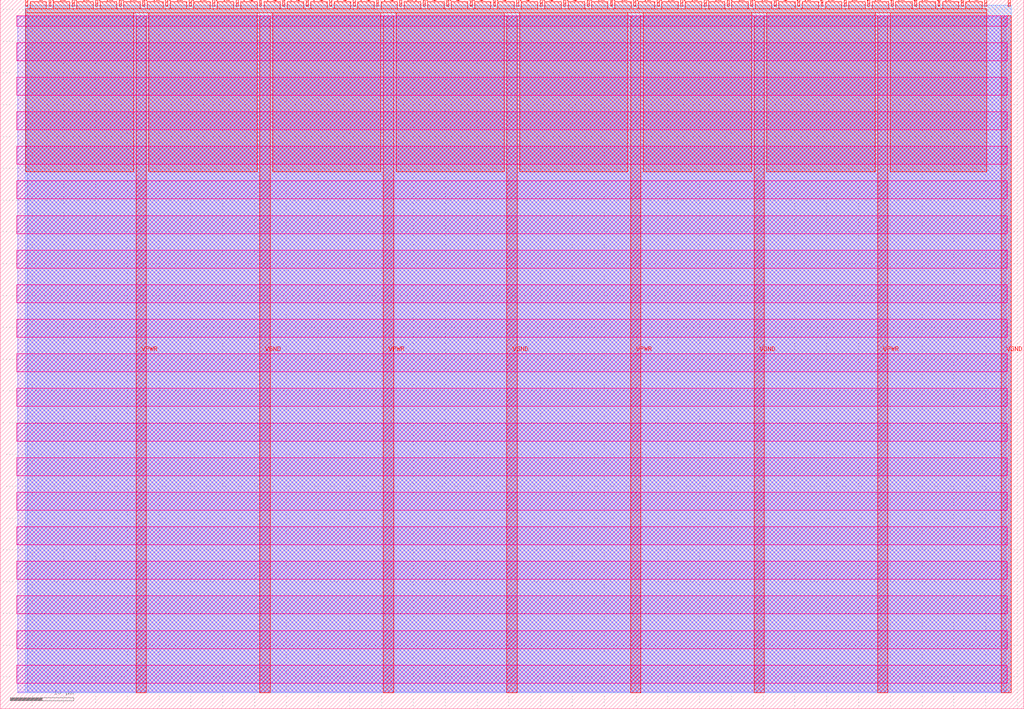
<source format=lef>
VERSION 5.7 ;
  NOWIREEXTENSIONATPIN ON ;
  DIVIDERCHAR "/" ;
  BUSBITCHARS "[]" ;
MACRO tt_um_cmerrill_pdm
  CLASS BLOCK ;
  FOREIGN tt_um_cmerrill_pdm ;
  ORIGIN 0.000 0.000 ;
  SIZE 161.000 BY 111.520 ;
  PIN VGND
    DIRECTION INOUT ;
    USE GROUND ;
    PORT
      LAYER met4 ;
        RECT 40.830 2.480 42.430 109.040 ;
    END
    PORT
      LAYER met4 ;
        RECT 79.700 2.480 81.300 109.040 ;
    END
    PORT
      LAYER met4 ;
        RECT 118.570 2.480 120.170 109.040 ;
    END
    PORT
      LAYER met4 ;
        RECT 157.440 2.480 159.040 109.040 ;
    END
  END VGND
  PIN VPWR
    DIRECTION INOUT ;
    USE POWER ;
    PORT
      LAYER met4 ;
        RECT 21.395 2.480 22.995 109.040 ;
    END
    PORT
      LAYER met4 ;
        RECT 60.265 2.480 61.865 109.040 ;
    END
    PORT
      LAYER met4 ;
        RECT 99.135 2.480 100.735 109.040 ;
    END
    PORT
      LAYER met4 ;
        RECT 138.005 2.480 139.605 109.040 ;
    END
  END VPWR
  PIN clk
    DIRECTION INPUT ;
    USE SIGNAL ;
    ANTENNAGATEAREA 0.852000 ;
    PORT
      LAYER met4 ;
        RECT 154.870 110.520 155.170 111.520 ;
    END
  END clk
  PIN ena
    DIRECTION INPUT ;
    USE SIGNAL ;
    PORT
      LAYER met4 ;
        RECT 158.550 110.520 158.850 111.520 ;
    END
  END ena
  PIN rst_n
    DIRECTION INPUT ;
    USE SIGNAL ;
    ANTENNAGATEAREA 0.196500 ;
    PORT
      LAYER met4 ;
        RECT 151.190 110.520 151.490 111.520 ;
    END
  END rst_n
  PIN ui_in[0]
    DIRECTION INPUT ;
    USE SIGNAL ;
    ANTENNAGATEAREA 0.196500 ;
    PORT
      LAYER met4 ;
        RECT 147.510 110.520 147.810 111.520 ;
    END
  END ui_in[0]
  PIN ui_in[1]
    DIRECTION INPUT ;
    USE SIGNAL ;
    ANTENNAGATEAREA 0.196500 ;
    PORT
      LAYER met4 ;
        RECT 143.830 110.520 144.130 111.520 ;
    END
  END ui_in[1]
  PIN ui_in[2]
    DIRECTION INPUT ;
    USE SIGNAL ;
    ANTENNAGATEAREA 0.196500 ;
    PORT
      LAYER met4 ;
        RECT 140.150 110.520 140.450 111.520 ;
    END
  END ui_in[2]
  PIN ui_in[3]
    DIRECTION INPUT ;
    USE SIGNAL ;
    ANTENNAGATEAREA 0.196500 ;
    PORT
      LAYER met4 ;
        RECT 136.470 110.520 136.770 111.520 ;
    END
  END ui_in[3]
  PIN ui_in[4]
    DIRECTION INPUT ;
    USE SIGNAL ;
    ANTENNAGATEAREA 0.196500 ;
    PORT
      LAYER met4 ;
        RECT 132.790 110.520 133.090 111.520 ;
    END
  END ui_in[4]
  PIN ui_in[5]
    DIRECTION INPUT ;
    USE SIGNAL ;
    ANTENNAGATEAREA 0.196500 ;
    PORT
      LAYER met4 ;
        RECT 129.110 110.520 129.410 111.520 ;
    END
  END ui_in[5]
  PIN ui_in[6]
    DIRECTION INPUT ;
    USE SIGNAL ;
    ANTENNAGATEAREA 0.196500 ;
    PORT
      LAYER met4 ;
        RECT 125.430 110.520 125.730 111.520 ;
    END
  END ui_in[6]
  PIN ui_in[7]
    DIRECTION INPUT ;
    USE SIGNAL ;
    ANTENNAGATEAREA 0.196500 ;
    PORT
      LAYER met4 ;
        RECT 121.750 110.520 122.050 111.520 ;
    END
  END ui_in[7]
  PIN uio_in[0]
    DIRECTION INPUT ;
    USE SIGNAL ;
    ANTENNAGATEAREA 0.196500 ;
    PORT
      LAYER met4 ;
        RECT 118.070 110.520 118.370 111.520 ;
    END
  END uio_in[0]
  PIN uio_in[1]
    DIRECTION INPUT ;
    USE SIGNAL ;
    ANTENNAGATEAREA 0.196500 ;
    PORT
      LAYER met4 ;
        RECT 114.390 110.520 114.690 111.520 ;
    END
  END uio_in[1]
  PIN uio_in[2]
    DIRECTION INPUT ;
    USE SIGNAL ;
    ANTENNAGATEAREA 0.196500 ;
    PORT
      LAYER met4 ;
        RECT 110.710 110.520 111.010 111.520 ;
    END
  END uio_in[2]
  PIN uio_in[3]
    DIRECTION INPUT ;
    USE SIGNAL ;
    ANTENNAGATEAREA 0.196500 ;
    PORT
      LAYER met4 ;
        RECT 107.030 110.520 107.330 111.520 ;
    END
  END uio_in[3]
  PIN uio_in[4]
    DIRECTION INPUT ;
    USE SIGNAL ;
    ANTENNAGATEAREA 0.213000 ;
    PORT
      LAYER met4 ;
        RECT 103.350 110.520 103.650 111.520 ;
    END
  END uio_in[4]
  PIN uio_in[5]
    DIRECTION INPUT ;
    USE SIGNAL ;
    ANTENNAGATEAREA 0.213000 ;
    PORT
      LAYER met4 ;
        RECT 99.670 110.520 99.970 111.520 ;
    END
  END uio_in[5]
  PIN uio_in[6]
    DIRECTION INPUT ;
    USE SIGNAL ;
    ANTENNAGATEAREA 0.196500 ;
    PORT
      LAYER met4 ;
        RECT 95.990 110.520 96.290 111.520 ;
    END
  END uio_in[6]
  PIN uio_in[7]
    DIRECTION INPUT ;
    USE SIGNAL ;
    ANTENNAGATEAREA 0.213000 ;
    PORT
      LAYER met4 ;
        RECT 92.310 110.520 92.610 111.520 ;
    END
  END uio_in[7]
  PIN uio_oe[0]
    DIRECTION OUTPUT TRISTATE ;
    USE SIGNAL ;
    PORT
      LAYER met4 ;
        RECT 29.750 110.520 30.050 111.520 ;
    END
  END uio_oe[0]
  PIN uio_oe[1]
    DIRECTION OUTPUT TRISTATE ;
    USE SIGNAL ;
    PORT
      LAYER met4 ;
        RECT 26.070 110.520 26.370 111.520 ;
    END
  END uio_oe[1]
  PIN uio_oe[2]
    DIRECTION OUTPUT TRISTATE ;
    USE SIGNAL ;
    PORT
      LAYER met4 ;
        RECT 22.390 110.520 22.690 111.520 ;
    END
  END uio_oe[2]
  PIN uio_oe[3]
    DIRECTION OUTPUT TRISTATE ;
    USE SIGNAL ;
    PORT
      LAYER met4 ;
        RECT 18.710 110.520 19.010 111.520 ;
    END
  END uio_oe[3]
  PIN uio_oe[4]
    DIRECTION OUTPUT TRISTATE ;
    USE SIGNAL ;
    PORT
      LAYER met4 ;
        RECT 15.030 110.520 15.330 111.520 ;
    END
  END uio_oe[4]
  PIN uio_oe[5]
    DIRECTION OUTPUT TRISTATE ;
    USE SIGNAL ;
    PORT
      LAYER met4 ;
        RECT 11.350 110.520 11.650 111.520 ;
    END
  END uio_oe[5]
  PIN uio_oe[6]
    DIRECTION OUTPUT TRISTATE ;
    USE SIGNAL ;
    PORT
      LAYER met4 ;
        RECT 7.670 110.520 7.970 111.520 ;
    END
  END uio_oe[6]
  PIN uio_oe[7]
    DIRECTION OUTPUT TRISTATE ;
    USE SIGNAL ;
    PORT
      LAYER met4 ;
        RECT 3.990 110.520 4.290 111.520 ;
    END
  END uio_oe[7]
  PIN uio_out[0]
    DIRECTION OUTPUT TRISTATE ;
    USE SIGNAL ;
    PORT
      LAYER met4 ;
        RECT 59.190 110.520 59.490 111.520 ;
    END
  END uio_out[0]
  PIN uio_out[1]
    DIRECTION OUTPUT TRISTATE ;
    USE SIGNAL ;
    PORT
      LAYER met4 ;
        RECT 55.510 110.520 55.810 111.520 ;
    END
  END uio_out[1]
  PIN uio_out[2]
    DIRECTION OUTPUT TRISTATE ;
    USE SIGNAL ;
    PORT
      LAYER met4 ;
        RECT 51.830 110.520 52.130 111.520 ;
    END
  END uio_out[2]
  PIN uio_out[3]
    DIRECTION OUTPUT TRISTATE ;
    USE SIGNAL ;
    PORT
      LAYER met4 ;
        RECT 48.150 110.520 48.450 111.520 ;
    END
  END uio_out[3]
  PIN uio_out[4]
    DIRECTION OUTPUT TRISTATE ;
    USE SIGNAL ;
    PORT
      LAYER met4 ;
        RECT 44.470 110.520 44.770 111.520 ;
    END
  END uio_out[4]
  PIN uio_out[5]
    DIRECTION OUTPUT TRISTATE ;
    USE SIGNAL ;
    PORT
      LAYER met4 ;
        RECT 40.790 110.520 41.090 111.520 ;
    END
  END uio_out[5]
  PIN uio_out[6]
    DIRECTION OUTPUT TRISTATE ;
    USE SIGNAL ;
    PORT
      LAYER met4 ;
        RECT 37.110 110.520 37.410 111.520 ;
    END
  END uio_out[6]
  PIN uio_out[7]
    DIRECTION OUTPUT TRISTATE ;
    USE SIGNAL ;
    PORT
      LAYER met4 ;
        RECT 33.430 110.520 33.730 111.520 ;
    END
  END uio_out[7]
  PIN uo_out[0]
    DIRECTION OUTPUT TRISTATE ;
    USE SIGNAL ;
    ANTENNADIFFAREA 0.795200 ;
    PORT
      LAYER met4 ;
        RECT 88.630 110.520 88.930 111.520 ;
    END
  END uo_out[0]
  PIN uo_out[1]
    DIRECTION OUTPUT TRISTATE ;
    USE SIGNAL ;
    PORT
      LAYER met4 ;
        RECT 84.950 110.520 85.250 111.520 ;
    END
  END uo_out[1]
  PIN uo_out[2]
    DIRECTION OUTPUT TRISTATE ;
    USE SIGNAL ;
    ANTENNADIFFAREA 0.795200 ;
    PORT
      LAYER met4 ;
        RECT 81.270 110.520 81.570 111.520 ;
    END
  END uo_out[2]
  PIN uo_out[3]
    DIRECTION OUTPUT TRISTATE ;
    USE SIGNAL ;
    ANTENNADIFFAREA 0.795200 ;
    PORT
      LAYER met4 ;
        RECT 77.590 110.520 77.890 111.520 ;
    END
  END uo_out[3]
  PIN uo_out[4]
    DIRECTION OUTPUT TRISTATE ;
    USE SIGNAL ;
    ANTENNADIFFAREA 0.795200 ;
    PORT
      LAYER met4 ;
        RECT 73.910 110.520 74.210 111.520 ;
    END
  END uo_out[4]
  PIN uo_out[5]
    DIRECTION OUTPUT TRISTATE ;
    USE SIGNAL ;
    PORT
      LAYER met4 ;
        RECT 70.230 110.520 70.530 111.520 ;
    END
  END uo_out[5]
  PIN uo_out[6]
    DIRECTION OUTPUT TRISTATE ;
    USE SIGNAL ;
    PORT
      LAYER met4 ;
        RECT 66.550 110.520 66.850 111.520 ;
    END
  END uo_out[6]
  PIN uo_out[7]
    DIRECTION OUTPUT TRISTATE ;
    USE SIGNAL ;
    PORT
      LAYER met4 ;
        RECT 62.870 110.520 63.170 111.520 ;
    END
  END uo_out[7]
  OBS
      LAYER nwell ;
        RECT 2.570 107.385 158.430 108.990 ;
        RECT 2.570 101.945 158.430 104.775 ;
        RECT 2.570 96.505 158.430 99.335 ;
        RECT 2.570 91.065 158.430 93.895 ;
        RECT 2.570 85.625 158.430 88.455 ;
        RECT 2.570 80.185 158.430 83.015 ;
        RECT 2.570 74.745 158.430 77.575 ;
        RECT 2.570 69.305 158.430 72.135 ;
        RECT 2.570 63.865 158.430 66.695 ;
        RECT 2.570 58.425 158.430 61.255 ;
        RECT 2.570 52.985 158.430 55.815 ;
        RECT 2.570 47.545 158.430 50.375 ;
        RECT 2.570 42.105 158.430 44.935 ;
        RECT 2.570 36.665 158.430 39.495 ;
        RECT 2.570 31.225 158.430 34.055 ;
        RECT 2.570 25.785 158.430 28.615 ;
        RECT 2.570 20.345 158.430 23.175 ;
        RECT 2.570 14.905 158.430 17.735 ;
        RECT 2.570 9.465 158.430 12.295 ;
        RECT 2.570 4.025 158.430 6.855 ;
      LAYER li1 ;
        RECT 2.760 2.635 158.240 108.885 ;
      LAYER met1 ;
        RECT 2.760 2.480 159.040 109.040 ;
      LAYER met2 ;
        RECT 4.230 2.535 159.010 110.685 ;
      LAYER met3 ;
        RECT 3.950 2.555 159.030 110.665 ;
      LAYER met4 ;
        RECT 4.690 110.120 7.270 111.170 ;
        RECT 8.370 110.120 10.950 111.170 ;
        RECT 12.050 110.120 14.630 111.170 ;
        RECT 15.730 110.120 18.310 111.170 ;
        RECT 19.410 110.120 21.990 111.170 ;
        RECT 23.090 110.120 25.670 111.170 ;
        RECT 26.770 110.120 29.350 111.170 ;
        RECT 30.450 110.120 33.030 111.170 ;
        RECT 34.130 110.120 36.710 111.170 ;
        RECT 37.810 110.120 40.390 111.170 ;
        RECT 41.490 110.120 44.070 111.170 ;
        RECT 45.170 110.120 47.750 111.170 ;
        RECT 48.850 110.120 51.430 111.170 ;
        RECT 52.530 110.120 55.110 111.170 ;
        RECT 56.210 110.120 58.790 111.170 ;
        RECT 59.890 110.120 62.470 111.170 ;
        RECT 63.570 110.120 66.150 111.170 ;
        RECT 67.250 110.120 69.830 111.170 ;
        RECT 70.930 110.120 73.510 111.170 ;
        RECT 74.610 110.120 77.190 111.170 ;
        RECT 78.290 110.120 80.870 111.170 ;
        RECT 81.970 110.120 84.550 111.170 ;
        RECT 85.650 110.120 88.230 111.170 ;
        RECT 89.330 110.120 91.910 111.170 ;
        RECT 93.010 110.120 95.590 111.170 ;
        RECT 96.690 110.120 99.270 111.170 ;
        RECT 100.370 110.120 102.950 111.170 ;
        RECT 104.050 110.120 106.630 111.170 ;
        RECT 107.730 110.120 110.310 111.170 ;
        RECT 111.410 110.120 113.990 111.170 ;
        RECT 115.090 110.120 117.670 111.170 ;
        RECT 118.770 110.120 121.350 111.170 ;
        RECT 122.450 110.120 125.030 111.170 ;
        RECT 126.130 110.120 128.710 111.170 ;
        RECT 129.810 110.120 132.390 111.170 ;
        RECT 133.490 110.120 136.070 111.170 ;
        RECT 137.170 110.120 139.750 111.170 ;
        RECT 140.850 110.120 143.430 111.170 ;
        RECT 144.530 110.120 147.110 111.170 ;
        RECT 148.210 110.120 150.790 111.170 ;
        RECT 151.890 110.120 154.470 111.170 ;
        RECT 3.975 109.440 155.185 110.120 ;
        RECT 3.975 84.495 20.995 109.440 ;
        RECT 23.395 84.495 40.430 109.440 ;
        RECT 42.830 84.495 59.865 109.440 ;
        RECT 62.265 84.495 79.300 109.440 ;
        RECT 81.700 84.495 98.735 109.440 ;
        RECT 101.135 84.495 118.170 109.440 ;
        RECT 120.570 84.495 137.605 109.440 ;
        RECT 140.005 84.495 155.185 109.440 ;
  END
END tt_um_cmerrill_pdm
END LIBRARY


</source>
